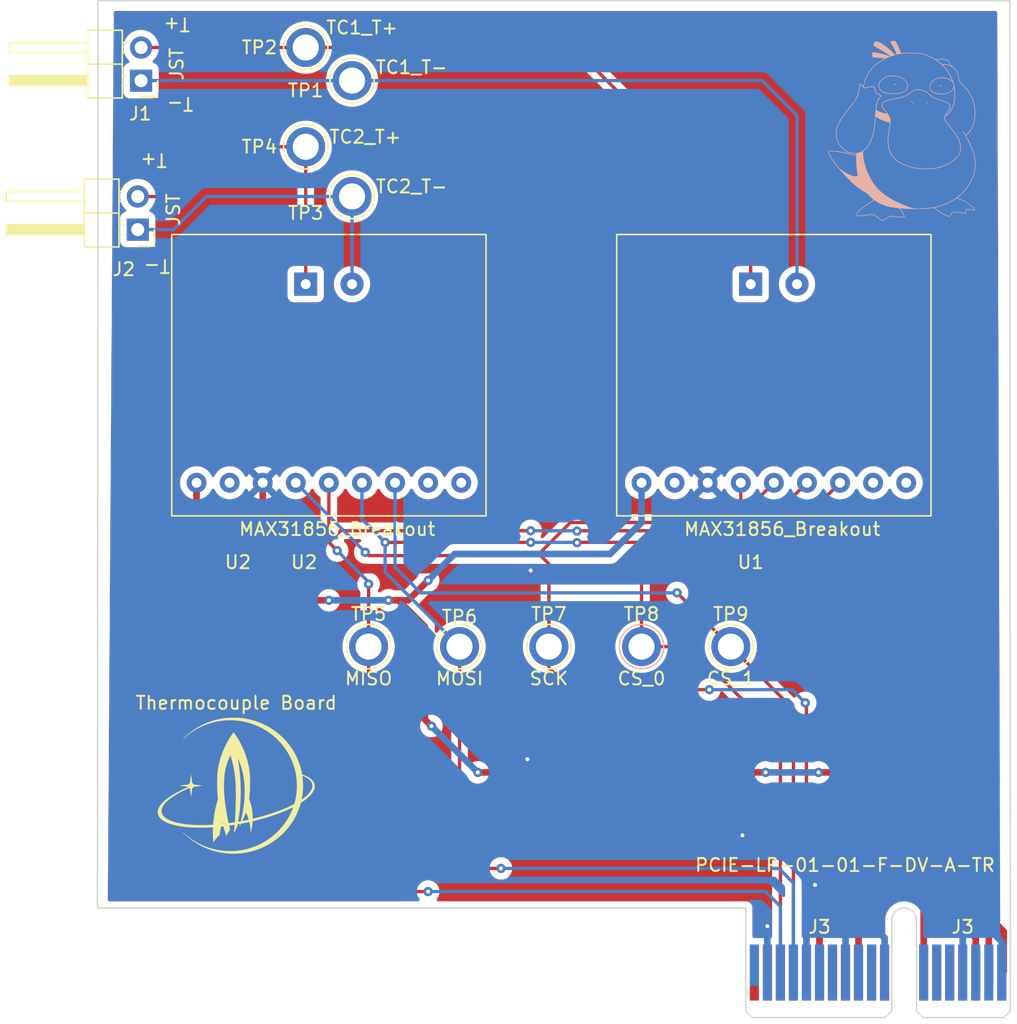
<source format=kicad_pcb>
(kicad_pcb (version 20211014) (generator pcbnew)
  (layers (0 "F.Cu" signal) (31 "B.Cu" signal) (34 "B.Paste" user) (35 "F.Paste" user) (36 "B.SilkS" user "B.Silkscreen") (37 "F.SilkS" user "F.Silkscreen") (38 "B.Mask" user) (39 "F.Mask" user) (44 "Edge.Cuts" user))
  (net 0 "")
  (net 1 "/TC1_T-")
  (net 2 "/TC1_T+")
  (net 3 "/TC2_T-")
  (net 4 "/TC2_T+")
  (net 6 "GND")
  (net 17 "+3V3")
  (net 18 "/SPI_MISO")
  (net 19 "/SPI_MOSI")
  (net 20 "/SPI_SCK")
  (net 21 "/SPI_CS_0")
  (net 22 "/SPI_CS_1")
  (footprint "star-common-lib:star_12x10" (layer "F.Cu") (at 175.768 120.142)
    (fp_text reference "G***" hide)
    (fp_text value "LOGO" hide)
  )
  (footprint "TestPoint:TestPoint_Plated_Hole_D2.0mm" (layer "F.Cu") (at 181.102 63.5 90)
    (fp_text reference "TP2" (at 0 -3.556 180) (layer "F.SilkS"))
    (fp_text value "TC1_T+" (at 1.524 4.318 -180) (layer "F.SilkS"))
    (pad "1" thru_hole circle (at 0 0 90) (size 3 3) (drill 2) (layers *.Cu *.Mask) (net 2 "/TC1_T+"))
  )
  (footprint "Connector_PinHeader_2.54mm:PinHeader_1x02_P2.54mm_Horizontal" (layer "F.Cu") (at 168.205 77.475 180)
    (fp_text reference "J2" (at 1.073 -3.043) (layer "F.SilkS"))
    (fp_text value "JST" (at -2.737 1.529 90) (layer "F.SilkS"))
    (pad "1" thru_hole rect (at 0 0 180) (size 1.7 1.7) (drill 1) (layers *.Cu *.Mask) (net 3 "/TC2_T-"))
    (pad "2" thru_hole oval (at 0 2.54 180) (size 1.7 1.7) (drill 1) (layers *.Cu *.Mask) (net 4 "/TC2_T+"))
  )
  (footprint "Connector_PinHeader_2.54mm:PinHeader_1x02_P2.54mm_Horizontal" (layer "F.Cu") (at 168.459 66.045 180)
    (fp_text reference "J1" (at 0.057 -2.535) (layer "F.SilkS"))
    (fp_text value "JST" (at -2.737 1.275 90) (layer "F.SilkS"))
    (pad "1" thru_hole rect (at 0 0 180) (size 1.7 1.7) (drill 1) (layers *.Cu *.Mask) (net 1 "/TC1_T-"))
    (pad "2" thru_hole oval (at 0 2.54 180) (size 1.7 1.7) (drill 1) (layers *.Cu *.Mask) (net 2 "/TC1_T+"))
  )
  (footprint "TestPoint:TestPoint_Plated_Hole_D2.0mm" (layer "F.Cu") (at 192.913 109.474)
    (fp_text reference "TP6" (at 0 -2.286) (layer "F.SilkS"))
    (fp_text value "MOSI" (at 0 2.45) (layer "F.SilkS"))
    (pad "1" thru_hole circle (at 0 0) (size 3 3) (drill 2) (layers *.Cu *.Mask) (net 19 "/SPI_MOSI"))
  )
  (footprint "TestPoint:TestPoint_Plated_Hole_D2.0mm" (layer "F.Cu") (at 181.102 71.12 90)
    (fp_text reference "TP4" (at 0 -3.556 180) (layer "F.SilkS"))
    (fp_text value "TC2_T+" (at 0.762 4.572 180) (layer "F.SilkS"))
    (pad "1" thru_hole circle (at 0 0 90) (size 3 3) (drill 2) (layers *.Cu *.Mask) (net 4 "/TC2_T+"))
  )
  (footprint "TestPoint:TestPoint_Plated_Hole_D2.0mm" (layer "F.Cu") (at 185.928 109.474)
    (fp_text reference "TP5" (at 0 -2.498) (layer "F.SilkS"))
    (fp_text value "MISO" (at 0 2.45) (layer "F.SilkS"))
    (pad "1" thru_hole circle (at 0 0) (size 3 3) (drill 2) (layers *.Cu *.Mask) (net 18 "/SPI_MISO"))
  )
  (footprint "MAX31856_Breakout:MAX31856_Breakout" (layer "F.Cu") (at 183.515 85.217)
    (fp_text reference "U2" (at -7.62 17.78 unlocked) (layer "F.SilkS"))
    (fp_text value "MAX31856_Breakout" (at 0 15.24 unlocked) (layer "F.SilkS"))
    (fp_text user "${REFERENCE}" (at -2.54 17.78 unlocked) (layer "F.SilkS"))
    (pad "1" thru_hole circle (at 1.143 -3.556 90) (size 1.778 1.778) (drill 0.762) (layers *.Cu *.Mask) (net 3 "/TC2_T-"))
    (pad "2" thru_hole rect (at -2.413 -3.556 90) (size 1.778 1.778) (drill 0.762) (layers *.Cu *.Mask) (net 4 "/TC2_T+"))
    (pad "3" thru_hole circle (at 9.525 11.684 90) (size 1.524 1.524) (drill 0.762) (layers *.Cu *.Mask))
    (pad "4" thru_hole circle (at 6.985 11.684 90) (size 1.524 1.524) (drill 0.762) (layers *.Cu *.Mask))
    (pad "5" thru_hole circle (at 4.445 11.684 90) (size 1.524 1.524) (drill 0.762) (layers *.Cu *.Mask) (net 22 "/SPI_CS_1"))
    (pad "6" thru_hole circle (at 1.905 11.684 90) (size 1.524 1.524) (drill 0.762) (layers *.Cu *.Mask) (net 19 "/SPI_MOSI"))
    (pad "7" thru_hole circle (at -0.635 11.684 90) (size 1.524 1.524) (drill 0.762) (layers *.Cu *.Mask) (net 18 "/SPI_MISO"))
    (pad "8" thru_hole circle (at -3.175 11.684 90) (size 1.524 1.524) (drill 0.762) (layers *.Cu *.Mask) (net 20 "/SPI_SCK"))
    (pad "9" thru_hole circle (at -5.715 11.684 90) (size 1.524 1.524) (drill 0.762) (layers *.Cu *.Mask) (net 6 "GND"))
    (pad "10" thru_hole circle (at -8.255 11.684 90) (size 1.524 1.524) (drill 0.762) (layers *.Cu *.Mask))
    (pad "11" thru_hole circle (at -10.795 11.684 90) (size 1.524 1.524) (drill 0.762) (layers *.Cu *.Mask) (net 17 "+3V3"))
  )
  (footprint "TestPoint:TestPoint_Plated_Hole_D2.0mm" (layer "F.Cu") (at 199.771 109.474)
    (fp_text reference "TP7" (at 0 -2.498) (layer "F.SilkS"))
    (fp_text value "SCK" (at 0 2.45) (layer "F.SilkS"))
    (pad "1" thru_hole circle (at 0 0) (size 3 3) (drill 2) (layers *.Cu *.Mask) (net 20 "/SPI_SCK"))
  )
  (footprint "TestPoint:TestPoint_Plated_Hole_D2.0mm" (layer "F.Cu") (at 213.741 109.474)
    (fp_text reference "TP9" (at 0 -2.498) (layer "F.SilkS"))
    (fp_text value "CS_1" (at 0 2.45) (layer "F.SilkS"))
    (pad "1" thru_hole circle (at 0 0) (size 3 3) (drill 2) (layers *.Cu *.Mask) (net 22 "/SPI_CS_1"))
  )
  (footprint "TestPoint:TestPoint_Plated_Hole_D2.0mm" (layer "F.Cu") (at 184.658 66.04 90)
    (fp_text reference "TP1" (at -0.762 -3.556 180) (layer "F.SilkS"))
    (fp_text value "TC1_T-" (at 1.016 4.572 180) (layer "F.SilkS"))
    (pad "1" thru_hole circle (at 0 0 90) (size 3 3) (drill 2) (layers *.Cu *.Mask) (net 1 "/TC1_T-"))
  )
  (footprint "Connector_PCBEdge:BUS_PCIexpress_x1" (layer "F.Cu") (at 215.544 134.481)
    (fp_text reference "J3" (at 5 -3.5) (layer "F.SilkS"))
    (fp_text value "PCIE-LP-01-01-F-DV-A-TR" (at 6.96 -8.243) (layer "F.SilkS"))
    (fp_text user "${REFERENCE}" (at 16 -3.5) (layer "F.SilkS"))
    (fp_line (start 19.65 2.95) (end 19.15 3.45) (layer "Edge.Cuts") (width 0.1))
    (fp_line (start 12.45 -4) (end 12.45 2.95) (layer "Edge.Cuts") (width 0.1))
    (fp_line (start -0.65 -4.95) (end -0.65 2.95) (layer "Edge.Cuts") (width 0.1))
    (fp_line (start -0.15 3.45) (end 10.05 3.45) (layer "Edge.Cuts") (width 0.1))
    (fp_line (start 10.55 2.95) (end 10.05 3.45) (layer "Edge.Cuts") (width 0.1))
    (fp_line (start 12.45 2.95) (end 12.95 3.45) (layer "Edge.Cuts") (width 0.1))
    (fp_line (start 12.95 3.45) (end 19.15 3.45) (layer "Edge.Cuts") (width 0.1))
    (fp_line (start 19.65 -4.95) (end 19.65 2.95) (layer "Edge.Cuts") (width 0.1))
    (fp_line (start 10.55 -4) (end 10.55 2.95) (layer "Edge.Cuts") (width 0.1))
    (fp_line (start -0.65 2.95) (end -0.15 3.45) (layer "Edge.Cuts") (width 0.1))
    (fp_arc (start 10.55 -4) (mid 11.5 -4.95) (end 12.45 -4) (layer "Edge.Cuts") (width 0.1))
    (pad "A1" connect rect (at 0 -0.55) (size 0.7 3.2) (layers "B.Cu" "B.Mask"))
    (pad "A2" connect rect (at 1 0) (size 0.7 4.3) (layers "B.Cu" "B.Mask") (net 6 "GND"))
    (pad "A3" connect rect (at 2 0) (size 0.7 4.3) (layers "B.Cu" "B.Mask") (net 18 "/SPI_MISO"))
    (pad "A4" connect rect (at 3 0) (size 0.7 4.3) (layers "B.Cu" "B.Mask") (net 19 "/SPI_MOSI"))
    (pad "A5" connect rect (at 4 0) (size 0.7 4.3) (layers "B.Cu" "B.Mask") (net 6 "GND"))
    (pad "A6" connect rect (at 5 0) (size 0.7 4.3) (layers "B.Cu" "B.Mask"))
    (pad "A7" connect rect (at 6 0) (size 0.7 4.3) (layers "B.Cu" "B.Mask"))
    (pad "A8" connect rect (at 7 0) (size 0.7 4.3) (layers "B.Cu" "B.Mask") (net 6 "GND"))
    (pad "A9" connect rect (at 8 0) (size 0.7 4.3) (layers "B.Cu" "B.Mask"))
    (pad "A10" connect rect (at 9 0) (size 0.7 4.3) (layers "B.Cu" "B.Mask"))
    (pad "A11" connect rect (at 10 0) (size 0.7 4.3) (layers "B.Cu" "B.Mask") (net 6 "GND"))
    (pad "A12" connect rect (at 13 0) (size 0.7 4.3) (layers "B.Cu" "B.Mask"))
    (pad "A13" connect rect (at 14 0) (size 0.7 4.3) (layers "B.Cu" "B.Mask"))
    (pad "A14" connect rect (at 15 0) (size 0.7 4.3) (layers "B.Cu" "B.Mask"))
    (pad "A15" connect rect (at 16 0) (size 0.7 4.3) (layers "B.Cu" "B.Mask") (net 6 "GND"))
    (pad "A16" connect rect (at 17 0) (size 0.7 4.3) (layers "B.Cu" "B.Mask"))
    (pad "A17" connect rect (at 18 0) (size 0.7 4.3) (layers "B.Cu" "B.Mask"))
    (pad "A18" connect rect (at 19 0) (size 0.7 4.3) (layers "B.Cu" "B.Mask") (net 6 "GND"))
    (pad "B1" connect rect (at 0 0) (size 0.7 4.3) (layers "F.Cu" "F.Mask"))
    (pad "B2" connect rect (at 1 0) (size 0.7 4.3) (layers "F.Cu" "F.Mask") (net 6 "GND"))
    (pad "B3" connect rect (at 2 0) (size 0.7 4.3) (layers "F.Cu" "F.Mask") (net 21 "/SPI_CS_0"))
    (pad "B4" connect rect (at 3 0) (size 0.7 4.3) (layers "F.Cu" "F.Mask") (net 22 "/SPI_CS_1"))
    (pad "B5" connect rect (at 4 0) (size 0.7 4.3) (layers "F.Cu" "F.Mask") (net 20 "/SPI_SCK"))
    (pad "B6" connect rect (at 5 0) (size 0.7 4.3) (layers "F.Cu" "F.Mask") (net 6 "GND"))
    (pad "B7" connect rect (at 6 0) (size 0.7 4.3) (layers "F.Cu" "F.Mask"))
    (pad "B8" connect rect (at 7 0) (size 0.7 4.3) (layers "F.Cu" "F.Mask"))
    (pad "B9" connect rect (at 8 0) (size 0.7 4.3) (layers "F.Cu" "F.Mask") (net 6 "GND"))
    (pad "B10" connect rect (at 9 0) (size 0.7 4.3) (layers "F.Cu" "F.Mask"))
    (pad "B11" connect rect (at 10 0) (size 0.7 4.3) (layers "F.Cu" "F.Mask"))
    (pad "B12" connect rect (at 13 0) (size 0.7 4.3) (layers "F.Cu" "F.Mask") (net 6 "GND"))
    (pad "B13" connect rect (at 14 0) (size 0.7 4.3) (layers "F.Cu" "F.Mask"))
    (pad "B14" connect rect (at 15 0) (size 0.7 4.3) (layers "F.Cu" "F.Mask"))
    (pad "B15" connect rect (at 16 0) (size 0.7 4.3) (layers "F.Cu" "F.Mask"))
    (pad "B16" connect rect (at 17 0) (size 0.7 4.3) (layers "F.Cu" "F.Mask") (net 6 "GND"))
    (pad "B17" connect rect (at 18 -0.55) (size 0.7 3.2) (layers "F.Cu" "F.Mask") (net 17 "+3V3"))
    (pad "B18" connect rect (at 19 0) (size 0.7 4.3) (layers "F.Cu" "F.Mask") (net 17 "+3V3"))
  )
  (footprint "MAX31856_Breakout:MAX31856_Breakout" (layer "F.Cu") (at 217.678 85.217)
    (fp_text reference "U1" (at -2.413 17.78 unlocked) (layer "F.SilkS"))
    (fp_text value "MAX31856_Breakout" (at 0 15.24 unlocked) (layer "F.SilkS"))
    (pad "1" thru_hole circle (at 1.143 -3.556 90) (size 1.778 1.778) (drill 0.762) (layers *.Cu *.Mask) (net 1 "/TC1_T-"))
    (pad "2" thru_hole rect (at -2.413 -3.556 90) (size 1.778 1.778) (drill 0.762) (layers *.Cu *.Mask) (net 2 "/TC1_T+"))
    (pad "3" thru_hole circle (at 9.525 11.684 90) (size 1.524 1.524) (drill 0.762) (layers *.Cu *.Mask))
    (pad "4" thru_hole circle (at 6.985 11.684 90) (size 1.524 1.524) (drill 0.762) (layers *.Cu *.Mask))
    (pad "5" thru_hole circle (at 4.445 11.684 90) (size 1.524 1.524) (drill 0.762) (layers *.Cu *.Mask) (net 21 "/SPI_CS_0"))
    (pad "6" thru_hole circle (at 1.905 11.684 90) (size 1.524 1.524) (drill 0.762) (layers *.Cu *.Mask) (net 19 "/SPI_MOSI"))
    (pad "7" thru_hole circle (at -0.635 11.684 90) (size 1.524 1.524) (drill 0.762) (layers *.Cu *.Mask) (net 18 "/SPI_MISO"))
    (pad "8" thru_hole circle (at -3.175 11.684 90) (size 1.524 1.524) (drill 0.762) (layers *.Cu *.Mask) (net 20 "/SPI_SCK"))
    (pad "9" thru_hole circle (at -5.715 11.684 90) (size 1.524 1.524) (drill 0.762) (layers *.Cu *.Mask) (net 6 "GND"))
    (pad "10" thru_hole circle (at -8.255 11.684 90) (size 1.524 1.524) (drill 0.762) (layers *.Cu *.Mask))
    (pad "11" thru_hole circle (at -10.795 11.684 90) (size 1.524 1.524) (drill 0.762) (layers *.Cu *.Mask) (net 17 "+3V3"))
  )
  (footprint "TestPoint:TestPoint_Plated_Hole_D2.0mm" (layer "F.Cu") (at 184.658 74.93 90)
    (fp_text reference "TP3" (at -1.27 -3.556 180) (layer "F.SilkS"))
    (fp_text value "TC2_T-" (at 0.762 4.572 180) (layer "F.SilkS"))
    (pad "1" thru_hole circle (at 0 0 90) (size 3 3) (drill 2) (layers *.Cu *.Mask) (net 3 "/TC2_T-"))
  )
  (footprint "LOGO" (layer "B.Cu") (at 227.076 69.85 180)
    (fp_text reference "G***" hide)
    (fp_text value "LOGO" hide)
  )
  (footprint "TestPoint:TestPoint_Plated_Hole_D2.0mm" (layer "B.Cu") (at 206.883 109.474 180)
    (fp_text reference "TP8" (at 0 2.498) (layer "F.SilkS"))
    (fp_text value "CS_0" (at 0 -2.45) (layer "F.SilkS"))
    (pad "1" thru_hole circle (at 0 0 180) (size 3 3) (drill 2) (layers *.Cu *.Mask) (net 21 "/SPI_CS_0"))
  )
  (gr_line (start 235.16 59.906) (end 235.194 129.531) (layer "Edge.Cuts") (width 0.1))
  (gr_line (start 165.16 59.906) (end 165.11 129.531) (layer "Edge.Cuts") (width 0.1))
  (gr_line (start 165.16 59.906) (end 235.16 59.906) (layer "Edge.Cuts") (width 0.1))
  (gr_line (start 214.894 129.531) (end 165.11 129.531) (layer "Edge.Cuts") (width 0.1))
  (gr_text "T-" (at 169.672 80.264 180) (layer "F.SilkS") (effects (font (size 1 1))))
  (gr_text "T-" (at 171.45 67.818 180) (layer "F.SilkS") (effects (font (size 1 1))))
  (gr_text "T+" (at 171.196 61.722 180) (layer "F.SilkS") (effects (font (size 1 1))))
  (gr_text "Thermocouple Board" (at 175.768 113.792) (layer "F.SilkS") (effects (font (size 1 1))))
  (gr_text "T+" (at 169.418 72.136 180) (layer "F.SilkS") (effects (font (size 1 1))))
  (segment (start 168.464 66.04) (end 168.459 66.045) (width 0.254) (layer "B.Cu") (net 1))
  (segment (start 218.821 68.707) (end 216.154 66.04) (width 0.254) (layer "B.Cu") (net 1))
  (segment (start 184.658 66.04) (end 168.464 66.04) (width 0.254) (layer "B.Cu") (net 1))
  (segment (start 218.821 81.661) (end 218.821 68.707) (width 0.254) (layer "B.Cu") (net 1))
  (segment (start 216.154 66.04) (end 184.658 66.04) (width 0.254) (layer "B.Cu") (net 1))
  (segment (start 181.102 63.5) (end 168.464 63.5) (width 0.254) (layer "F.Cu") (net 2))
  (segment (start 201.676 63.5) (end 181.102 63.5) (width 0.254) (layer "F.Cu") (net 2))
  (segment (start 215.265 81.661) (end 215.265 77.089) (width 0.254) (layer "F.Cu") (net 2))
  (segment (start 215.265 77.089) (end 201.676 63.5) (width 0.254) (layer "F.Cu") (net 2))
  (segment (start 168.464 63.5) (end 168.459 63.505) (width 0.254) (layer "F.Cu") (net 2))
  (segment (start 173.482 74.93) (end 170.937 77.475) (width 0.254) (layer "B.Cu") (net 3))
  (segment (start 170.937 77.475) (end 168.205 77.475) (width 0.254) (layer "B.Cu") (net 3))
  (segment (start 184.658 74.93) (end 173.482 74.93) (width 0.254) (layer "B.Cu") (net 3))
  (segment (start 184.658 81.661) (end 184.658 74.93) (width 0.254) (layer "B.Cu") (net 3))
  (segment (start 175.26 71.12) (end 171.445 74.935) (width 0.254) (layer "F.Cu") (net 4))
  (segment (start 181.102 81.661) (end 181.102 71.12) (width 0.254) (layer "F.Cu") (net 4))
  (segment (start 181.102 71.12) (end 175.26 71.12) (width 0.254) (layer "F.Cu") (net 4))
  (segment (start 171.445 74.935) (end 168.205 74.935) (width 0.254) (layer "F.Cu") (net 4))
  (segment (start 196.6214 116.6114) (end 198.12 118.11) (width 0.508) (layer "F.Cu") (net 6))
  (segment (start 179.0446 103.6066) (end 196.6214 103.6066) (width 0.508) (layer "F.Cu") (net 6))
  (segment (start 177.8 96.901) (end 177.8 102.362) (width 0.508) (layer "F.Cu") (net 6))
  (segment (start 177.8 102.362) (end 179.0446 103.6066) (width 0.508) (layer "F.Cu") (net 6))
  (segment (start 228.544 134.481) (end 228.544 129.484) (width 0.508) (layer "F.Cu") (net 6))
  (segment (start 196.6214 103.6066) (end 198.3486 103.6066) (width 0.508) (layer "F.Cu") (net 6))
  (segment (start 228.544 129.484) (end 226.822 127.762) (width 0.508) (layer "F.Cu") (net 6))
  (segment (start 223.544 134.481) (end 223.544 131.342) (width 0.508) (layer "F.Cu") (net 6))
  (segment (start 232.544 134.481) (end 232.544 131.823) (width 0.508) (layer "F.Cu") (net 6))
  (segment (start 220.544 128.1021) (end 220.2039 127.762) (width 0.508) (layer "F.Cu") (net 6))
  (segment (start 215.9 123.952) (end 214.63 123.952) (width 0.508) (layer "F.Cu") (net 6))
  (segment (start 216.544 124.596) (end 215.9 123.952) (width 0.508) (layer "F.Cu") (net 6))
  (segment (start 196.6214 103.6066) (end 196.6214 116.6114) (width 0.508) (layer "F.Cu") (net 6))
  (segment (start 220.544 134.481) (end 220.544 128.342) (width 0.508) (layer "F.Cu") (net 6))
  (segment (start 198.3486 103.6066) (end 198.374 103.632) (width 0.508) (layer "F.Cu") (net 6))
  (segment (start 216.544 130.928) (end 216.544 124.596) (width 0.508) (layer "F.Cu") (net 6))
  (segment (start 226.822 127.762) (end 220.2039 127.762) (width 0.508) (layer "F.Cu") (net 6))
  (segment (start 220.544 128.342) (end 220.544 128.1021) (width 0.508) (layer "F.Cu") (net 6))
  (segment (start 223.544 131.342) (end 220.544 128.342) (width 0.508) (layer "F.Cu") (net 6))
  (segment (start 216.544 134.481) (end 216.544 130.928) (width 0.508) (layer "F.Cu") (net 6))
  (segment (start 232.544 131.823) (end 230.205 129.484) (width 0.508) (layer "F.Cu") (net 6))
  (segment (start 230.205 129.484) (end 228.544 129.484) (width 0.508) (layer "F.Cu") (net 6))
  (via (at 198.12 118.11) (size 0.7112) (drill 0.3048) (layers "F.Cu" "B.Cu") (net 6))
  (via (at 216.544 130.928) (size 0.7112) (drill 0.3048) (layers "F.Cu" "B.Cu") (net 6))
  (via (at 220.2039 127.762) (size 0.7112) (drill 0.3048) (layers "F.Cu" "B.Cu") (net 6))
  (via (at 198.374 103.632) (size 0.7112) (drill 0.3048) (layers "F.Cu" "B.Cu") (net 6))
  (via (at 214.63 123.952) (size 0.7112) (drill 0.3048) (layers "F.Cu" "B.Cu") (net 6))
  (segment (start 222.544 128.823) (end 222.5015 128.7805) (width 0.508) (layer "B.Cu") (net 6))
  (segment (start 216.3939 123.952) (end 214.63 123.952) (width 0.508) (layer "B.Cu") (net 6))
  (segment (start 222.544 134.481) (end 222.544 128.823) (width 0.508) (layer "B.Cu") (net 6))
  (segment (start 219.544 134.481) (end 219.544 128.4219) (width 0.508) (layer "B.Cu") (net 6))
  (segment (start 219.544 128.4219) (end 220.2039 127.762) (width 0.508) (layer "B.Cu") (net 6))
  (segment (start 211.963 96.901) (end 205.232 103.632) (width 0.508) (layer "B.Cu") (net 6))
  (segment (start 234.544 132.1174) (end 230.1886 127.762) (width 0.508) (layer "B.Cu") (net 6))
  (segment (start 231.544 130.96) (end 228.346 127.762) (width 0.508) (layer "B.Cu") (net 6))
  (segment (start 222.5015 128.7805) (end 221.483 127.762) (width 0.508) (layer "B.Cu") (net 6))
  (segment (start 225.544 131.823) (end 222.5015 128.7805) (width 0.508) (layer "B.Cu") (net 6))
  (segment (start 225.544 134.481) (end 225.544 131.823) (width 0.508) (layer "B.Cu") (net 6))
  (segment (start 216.544 134.481) (end 216.544 130.928) (width 0.508) (layer "B.Cu") (net 6))
  (segment (start 198.12 118.11) (end 203.962 123.952) (width 0.508) (layer "B.Cu") (net 6))
  (segment (start 234.544 134.481) (end 234.544 132.1174) (width 0.508) (layer "B.Cu") (net 6))
  (segment (start 221.483 127.762) (end 220.2039 127.762) (width 0.508) (layer "B.Cu") (net 6))
  (segment (start 205.232 103.632) (end 198.374 103.632) (width 0.508) (layer "B.Cu") (net 6))
  (segment (start 230.1886 127.762) (end 228.346 127.762) (width 0.508) (layer "B.Cu") (net 6))
  (segment (start 203.962 123.952) (end 214.63 123.952) (width 0.508) (layer "B.Cu") (net 6))
  (segment (start 231.544 134.481) (end 231.544 130.96) (width 0.508) (layer "B.Cu") (net 6))
  (segment (start 228.346 127.762) (end 221.483 127.762) (width 0.508) (layer "B.Cu") (net 6))
  (segment (start 220.2039 127.762) (end 216.3939 123.952) (width 0.508) (layer "B.Cu") (net 6))
  (segment (start 233.544 120.514) (end 233.544 130.184) (width 0.508) (layer "F.Cu") (net 17))
  (segment (start 190.246 107.95) (end 190.246 113.792) (width 0.508) (layer "F.Cu") (net 17))
  (segment (start 174.752 105.41) (end 175.26 105.918) (width 0.508) (layer "F.Cu") (net 17))
  (segment (start 190.246 113.792) (end 190.246 115.062) (width 0.508) (layer "F.Cu") (net 17))
  (segment (start 188.976 105.918) (end 188.214 105.918) (width 0.508) (layer "F.Cu") (net 17))
  (segment (start 234.686 131.326) (end 233.544 130.184) (width 0.508) (layer "F.Cu") (net 17))
  (segment (start 232.156 119.126) (end 233.544 120.514) (width 0.508) (layer "F.Cu") (net 17))
  (segment (start 190.5 104.394) (end 188.976 105.918) (width 0.508) (layer "F.Cu") (net 17))
  (segment (start 188.214 105.918) (end 189.23 106.934) (width 0.508) (layer "F.Cu") (net 17))
  (segment (start 234.686 134.376) (end 234.686 131.326) (width 0.508) (layer "F.Cu") (net 17))
  (segment (start 220.472 119.126) (end 232.156 119.126) (width 0.508) (layer "F.Cu") (net 17))
  (segment (start 234.544 134.481) (end 234.581 134.481) (width 0.508) (layer "F.Cu") (net 17))
  (segment (start 190.246 115.062) (end 190.754 115.57) (width 0.508) (layer "F.Cu") (net 17))
  (segment (start 194.31 119.126) (end 216.408 119.126) (width 0.508) (layer "F.Cu") (net 17))
  (segment (start 189.23 106.934) (end 190.246 107.95) (width 0.508) (layer "F.Cu") (net 17))
  (segment (start 175.26 105.918) (end 182.88 105.918) (width 0.508) (layer "F.Cu") (net 17))
  (segment (start 172.72 96.901) (end 172.72 103.378) (width 0.508) (layer "F.Cu") (net 17))
  (segment (start 172.72 103.378) (end 174.752 105.41) (width 0.508) (layer "F.Cu") (net 17))
  (segment (start 187.452 105.918) (end 188.214 105.918) (width 0.508) (layer "F.Cu") (net 17))
  (segment (start 234.581 134.481) (end 234.686 134.376) (width 0.508) (layer "F.Cu") (net 17))
  (segment (start 233.544 130.184) (end 233.544 133.931) (width 0.508) (layer "F.Cu") (net 17))
  (via (at 182.88 105.918) (size 0.7112) (drill 0.3048) (layers "F.Cu" "B.Cu") (net 17))
  (via (at 190.754 115.57) (size 0.7112) (drill 0.3048) (layers "F.Cu" "B.Cu") (net 17))
  (via (at 187.452 105.918) (size 0.7112) (drill 0.3048) (layers "F.Cu" "B.Cu") (net 17))
  (via (at 216.408 119.126) (size 0.7112) (drill 0.3048) (layers "F.Cu" "B.Cu") (net 17))
  (via (at 190.5 104.394) (size 0.7112) (drill 0.3048) (layers "F.Cu" "B.Cu") (net 17))
  (via (at 194.31 119.126) (size 0.7112) (drill 0.3048) (layers "F.Cu" "B.Cu") (net 17))
  (via (at 220.472 119.126) (size 0.7112) (drill 0.3048) (layers "F.Cu" "B.Cu") (net 17))
  (segment (start 206.883 99.949) (end 204.724 102.108) (width 0.508) (layer "B.Cu") (net 17))
  (segment (start 192.532 102.362) (end 190.5 104.394) (width 0.508) (layer "B.Cu") (net 17))
  (segment (start 182.88 105.918) (end 187.452 105.918) (width 0.508) (layer "B.Cu") (net 17))
  (segment (start 194.31 102.362) (end 192.532 102.362) (width 0.508) (layer "B.Cu") (net 17))
  (segment (start 206.883 96.901) (end 206.883 99.949) (width 0.508) (layer "B.Cu") (net 17))
  (segment (start 204.724 102.108) (end 204.47 102.362) (width 0.508) (layer "B.Cu") (net 17))
  (segment (start 204.47 102.362) (end 194.31 102.362) (width 0.508) (layer "B.Cu") (net 17))
  (segment (start 190.754 115.57) (end 194.31 119.126) (width 0.508) (layer "B.Cu") (net 17))
  (segment (start 216.408 119.126) (end 220.472 119.126) (width 0.508) (layer "B.Cu") (net 17))
  (segment (start 217.043 96.901) (end 213.36 100.584) (width 0.254) (layer "F.Cu") (net 18))
  (segment (start 182.88 96.901) (end 182.88 101.473) (width 0.254) (layer "F.Cu") (net 18))
  (segment (start 182.88 101.473) (end 183.515 102.108) (width 0.254) (layer "F.Cu") (net 18))
  (segment (start 198.374 100.584) (end 183.769 100.584) (width 0.254) (layer "F.Cu") (net 18))
  (segment (start 213.36 100.584) (end 201.9549 100.584) (width 0.254) (layer "F.Cu") (net 18))
  (segment (start 188.722 128.27) (end 190.5 128.27) (width 0.254) (layer "F.Cu") (net 18))
  (segment (start 183.769 100.584) (end 182.88 101.473) (width 0.254) (layer "F.Cu") (net 18))
  (segment (start 201.9549 100.584) (end 201.93 100.6089) (width 0.254) (layer "F.Cu") (net 18))
  (segment (start 185.928 109.474) (end 185.928 104.6729) (width 0.254) (layer "F.Cu") (net 18))
  (segment (start 185.928 109.474) (end 185.928 125.476) (width 0.254) (layer "F.Cu") (net 18))
  (segment (start 185.928 125.476) (end 188.722 128.27) (width 0.254) (layer "F.Cu") (net 18))
  (via (at 201.93 100.6089) (size 0.7112) (drill 0.3048) (layers "F.Cu" "B.Cu") (net 18))
  (via (at 198.374 100.584) (size 0.7112) (drill 0.3048) (layers "F.Cu" "B.Cu") (net 18))
  (via (at 185.928 104.6729) (size 0.7112) (drill 0.3048) (layers "F.Cu" "B.Cu") (net 18))
  (via (at 190.5 128.27) (size 0.7112) (drill 0.3048) (layers "F.Cu" "B.Cu") (net 18))
  (via (at 183.515 102.108) (size 0.7112) (drill 0.3048) (layers "F.Cu" "B.Cu") (net 18))
  (segment (start 201.9051 100.584) (end 198.374 100.584) (width 0.254) (layer "B.Cu") (net 18))
  (segment (start 217.544 134.481) (end 217.544 129.406) (width 0.254) (layer "B.Cu") (net 18))
  (segment (start 201.93 100.6089) (end 201.9051 100.584) (width 0.254) (layer "B.Cu") (net 18))
  (segment (start 217.544 129.406) (end 216.408 128.27) (width 0.254) (layer "B.Cu") (net 18))
  (segment (start 183.515 102.108) (end 185.928 104.521) (width 0.254) (layer "B.Cu") (net 18))
  (segment (start 216.408 128.27) (end 190.5 128.27) (width 0.254) (layer "B.Cu") (net 18))
  (segment (start 201.954403 101.473) (end 201.93 101.497403) (width 0.254) (layer "F.Cu") (net 19))
  (segment (start 195.072 126.492) (end 196.088 126.492) (width 0.254) (layer "F.Cu") (net 19))
  (segment (start 198.374 101.473) (end 187.198 101.473) (width 0.254) (layer "F.Cu") (net 19))
  (segment (start 192.913 124.333) (end 195.072 126.492) (width 0.254) (layer "F.Cu") (net 19))
  (segment (start 219.583 96.901) (end 215.011 101.473) (width 0.254) (layer "F.Cu") (net 19))
  (segment (start 215.011 101.473) (end 201.954403 101.473) (width 0.254) (layer "F.Cu") (net 19))
  (segment (start 192.913 109.474) (end 192.913 124.333) (width 0.254) (layer "F.Cu") (net 19))
  (via (at 196.088 126.492) (size 0.7112) (drill 0.3048) (layers "F.Cu" "B.Cu") (net 19))
  (via (at 198.374 101.473) (size 0.7112) (drill 0.3048) (layers "F.Cu" "B.Cu") (net 19))
  (via (at 187.198 101.473) (size 0.7112) (drill 0.3048) (layers "F.Cu" "B.Cu") (net 19))
  (via (at 201.93 101.497403) (size 0.7112) (drill 0.3048) (layers "F.Cu" "B.Cu") (net 19))
  (segment (start 187.198 103.759) (end 192.913 109.474) (width 0.254) (layer "B.Cu") (net 19))
  (segment (start 185.42 99.695) (end 187.198 101.473) (width 0.254) (layer "B.Cu") (net 19))
  (segment (start 201.905597 101.473) (end 198.374 101.473) (width 0.254) (layer "B.Cu") (net 19))
  (segment (start 185.42 96.901) (end 185.42 99.695) (width 0.254) (layer "B.Cu") (net 19))
  (segment (start 187.198 101.473) (end 187.198 103.759) (width 0.254) (layer "B.Cu") (net 19))
  (segment (start 217.424 126.492) (end 218.544 127.612) (width 0.254) (layer "B.Cu") (net 19))
  (segment (start 201.93 101.497403) (end 201.905597 101.473) (width 0.254) (layer "B.Cu") (net 19))
  (segment (start 196.088 126.492) (end 217.424 126.492) (width 0.254) (layer "B.Cu") (net 19))
  (segment (start 218.544 127.612) (end 218.544 134.481) (width 0.254) (layer "B.Cu") (net 19))
  (segment (start 199.771 111.125) (end 201.168 112.522) (width 0.254) (layer "F.Cu") (net 20))
  (segment (start 201.168 112.522) (end 201.422 112.776) (width 0.254) (layer "F.Cu") (net 20))
  (segment (start 219.456 113.792) (end 219.544 113.88) (width 0.254) (layer "F.Cu") (net 20))
  (segment (start 199.771 109.474) (end 199.771 111.125) (width 0.254) (layer "F.Cu") (net 20))
  (segment (start 185.928 102.489) (end 185.674 102.235) (width 0.254) (layer "F.Cu") (net 20))
  (segment (start 199.771 103.124) (end 199.136 102.489) (width 0.254) (layer "F.Cu") (net 20))
  (segment (start 212.979 99.949) (end 201.422 99.949) (width 0.254) (layer "F.Cu") (net 20))
  (segment (start 201.422 99.949) (end 199.136 102.235) (width 0.254) (layer "F.Cu") (net 20))
  (segment (start 201.422 112.776) (end 212.09 112.776) (width 0.254) (layer "F.Cu") (net 20))
  (segment (start 199.136 102.235) (end 199.136 102.489) (width 0.254) (layer "F.Cu") (net 20))
  (segment (start 214.503 98.425) (end 212.979 99.949) (width 0.254) (layer "F.Cu") (net 20))
  (segment (start 219.544 113.88) (end 219.544 134.481) (width 0.254) (layer "F.Cu") (net 20))
  (segment (start 214.503 96.901) (end 214.503 98.425) (width 0.254) (layer "F.Cu") (net 20))
  (segment (start 199.136 102.489) (end 185.928 102.489) (width 0.254) (layer "F.Cu") (net 20))
  (segment (start 199.771 109.474) (end 199.771 103.124) (width 0.254) (layer "F.Cu") (net 20))
  (via (at 212.09 112.776) (size 0.7112) (drill 0.3048) (layers "F.Cu" "B.Cu") (net 20))
  (via (at 185.674 102.235) (size 0.7112) (drill 0.3048) (layers "F.Cu" "B.Cu") (net 20))
  (via (at 219.456 113.792) (size 0.7112) (drill 0.3048) (layers "F.Cu" "B.Cu") (net 20))
  (segment (start 218.44 112.776) (end 219.456 113.792) (width 0.254) (layer "B.Cu") (net 20))
  (segment (start 212.09 112.776) (end 218.44 112.776) (width 0.254) (layer "B.Cu") (net 20))
  (segment (start 180.34 96.901) (end 185.674 102.235) (width 0.254) (layer "B.Cu") (net 20))
  (segment (start 216.662 102.362) (end 207.899 102.362) (width 0.254) (layer "F.Cu") (net 21))
  (segment (start 217.544 116.452) (end 217.544 134.481) (width 0.254) (layer "F.Cu") (net 21))
  (segment (start 206.883 103.378) (end 206.883 109.474) (width 0.254) (layer "F.Cu") (net 21))
  (segment (start 206.883 109.474) (end 210.566 109.474) (width 0.254) (layer "F.Cu") (net 21))
  (segment (start 207.899 102.362) (end 206.883 103.378) (width 0.254) (layer "F.Cu") (net 21))
  (segment (start 222.123 96.901) (end 216.662 102.362) (width 0.254) (layer "F.Cu") (net 21))
  (segment (start 210.566 109.474) (end 217.544 116.452) (width 0.254) (layer "F.Cu") (net 21))
  (segment (start 218.544 114.277) (end 218.544 134.481) (width 0.254) (layer "F.Cu") (net 22))
  (segment (start 213.741 109.474) (end 218.544 114.277) (width 0.254) (layer "F.Cu") (net 22))
  (segment (start 209.6135 105.3465) (end 213.741 109.474) (width 0.254) (layer "F.Cu") (net 22))
  (via (at 209.6135 105.3465) (size 0.7112) (drill 0.3048) (layers "F.Cu" "B.Cu") (net 22))
  (segment (start 189.9285 105.3465) (end 209.6135 105.3465) (width 0.254) (layer "B.Cu") (net 22))
  (segment (start 187.96 103.378) (end 189.9285 105.3465) (width 0.254) (layer "B.Cu") (net 22))
  (segment (start 187.96 96.901) (end 187.96 103.378) (width 0.254) (layer "B.Cu") (net 22))
  (zone (net 6) (net_name "GND") (layers F&B.Cu) (connect_pads (clearance 0.508)) (min_thickness 0.254) (fill yes (thermal_gap 0.508) (thermal_bridge_width 0.508))
    (polygon (pts (xy 234.442 137.16) (xy 165.862 137.16) (xy 166.37 60.706) (xy 234.188 60.706)))
  )
)
</source>
